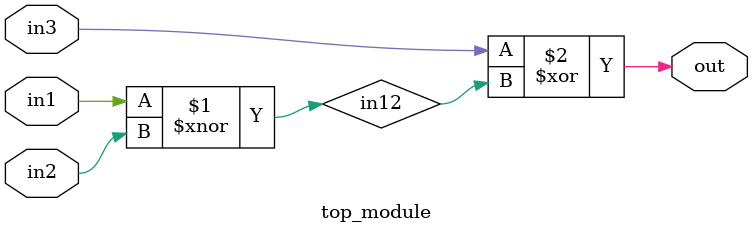
<source format=v>
module top_module (
    input in1,
    input in2,
    input in3,
    output out);
    
    wire in12;
    
    assign in12 = in1 ~^ in2;
    assign out = in3 ^ in12;

endmodule
</source>
